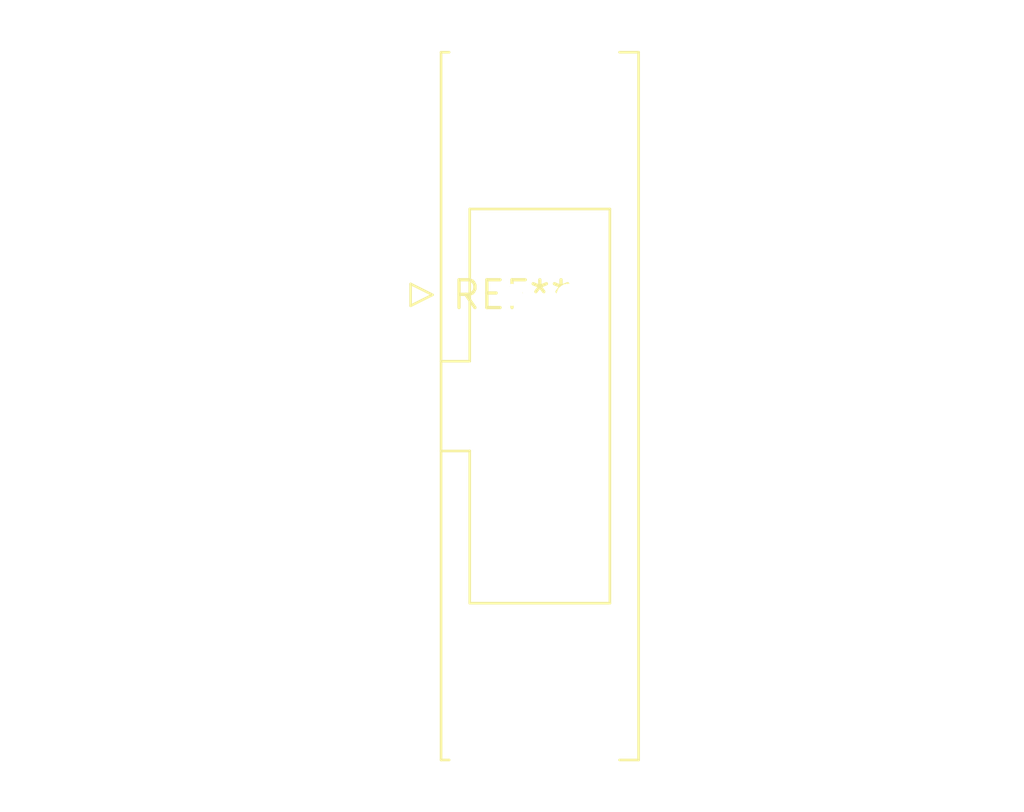
<source format=kicad_pcb>
(kicad_pcb (version 20240108) (generator pcbnew)
  (layers (0 "F.Cu" signal) (31 "B.Cu" signal) (34 "B.Paste" user) (35 "F.Paste" user) (36 "B.SilkS" user "B.Silkscreen") (37 "F.SilkS" user "F.Silkscreen") (38 "B.Mask" user) (39 "F.Mask" user) (44 "Edge.Cuts" user))
  (net 0 "")
  (footprint "IDC-Header_2x05-1MP_P2.54mm_Latch_Vertical" (layer "F.Cu") (at 0 0)
    (property "Reference" "REF**")
    (property "Value" "IDC-Header_2x05-1MP_P2.54mm_Latch_Vertical")
    (fp_line (start -4.63 -0.5) (end -4.63 0.5) (layer "F.SilkS") (stroke (width 0.12)))
    (fp_line (start -4.63 0.5) (end -3.63 0) (layer "F.SilkS") (stroke (width 0.12)))
    (fp_line (start -3.63 0) (end -4.63 -0.5) (layer "F.SilkS") (stroke (width 0.12)))
    (fp_line (start -3.24 -11.08) (end -3.24 21.24) (layer "F.SilkS") (stroke (width 0.12)))
    (fp_line (start -3.24 3.03) (end -1.93 3.03) (layer "F.SilkS") (stroke (width 0.12)))
    (fp_line (start -3.24 21.24) (end -2.87 21.24) (layer "F.SilkS") (stroke (width 0.12)))
    (fp_line (start -2.87 -11.08) (end -3.24 -11.08) (layer "F.SilkS") (stroke (width 0.12)))
    (fp_line (start -1.93 -3.92) (end 4.47 -3.92) (layer "F.SilkS") (stroke (width 0.12)))
    (fp_line (start -1.93 3.03) (end -1.93 -3.92) (layer "F.SilkS") (stroke (width 0.12)))
    (fp_line (start -1.93 7.13) (end -3.24 7.13) (layer "F.SilkS") (stroke (width 0.12)))
    (fp_line (start -1.93 7.13) (end -1.93 7.13) (layer "F.SilkS") (stroke (width 0.12)))
    (fp_line (start -1.93 14.08) (end -1.93 7.13) (layer "F.SilkS") (stroke (width 0.12)))
    (fp_line (start 4.47 -3.92) (end 4.47 14.08) (layer "F.SilkS") (stroke (width 0.12)))
    (fp_line (start 4.47 14.08) (end -1.93 14.08) (layer "F.SilkS") (stroke (width 0.12)))
    (fp_line (start 4.91 -11.08) (end 5.78 -11.08) (layer "F.SilkS") (stroke (width 0.12)))
    (fp_line (start 5.78 -11.08) (end 5.78 21.24) (layer "F.SilkS") (stroke (width 0.12)))
    (fp_line (start 5.78 21.24) (end 4.91 21.24) (layer "F.SilkS") (stroke (width 0.12)))
    (pad "1" thru_hole roundrect (at 0 0) (size 1.7 1.7) (drill 1) (layers *.Cu *.Mask) (remove_unused_layers) (roundrect_rratio 0.147059))
    (pad "2" thru_hole circle (at 2.54 0) (size 1.7 1.7) (drill 1) (layers *.Cu *.Mask) (remove_unused_layers))
    (pad "3" thru_hole circle (at 0 2.54) (size 1.7 1.7) (drill 1) (layers *.Cu *.Mask) (remove_unused_layers))
    (pad "4" thru_hole circle (at 2.54 2.54) (size 1.7 1.7) (drill 1) (layers *.Cu *.Mask) (remove_unused_layers))
    (pad "5" thru_hole circle (at 0 5.08) (size 1.7 1.7) (drill 1) (layers *.Cu *.Mask) (remove_unused_layers))
    (pad "6" thru_hole circle (at 2.54 5.08) (size 1.7 1.7) (drill 1) (layers *.Cu *.Mask) (remove_unused_layers))
    (pad "7" thru_hole circle (at 0 7.62) (size 1.7 1.7) (drill 1) (layers *.Cu *.Mask) (remove_unused_layers))
    (pad "8" thru_hole circle (at 2.54 7.62) (size 1.7 1.7) (drill 1) (layers *.Cu *.Mask) (remove_unused_layers))
    (pad "9" thru_hole circle (at 0 10.16) (size 1.7 1.7) (drill 1) (layers *.Cu *.Mask) (remove_unused_layers))
    (pad "10" thru_hole circle (at 2.54 10.16) (size 1.7 1.7) (drill 1) (layers *.Cu *.Mask) (remove_unused_layers))
    (pad "MP" thru_hole circle (at 1.02 -8.94) (size 8 8) (drill 2.69) (layers *.Cu *.Mask) (remove_unused_layers))
    (pad "MP" thru_hole circle (at 1.02 19.1) (size 8 8) (drill 2.69) (layers *.Cu *.Mask) (remove_unused_layers))
  )
)
</source>
